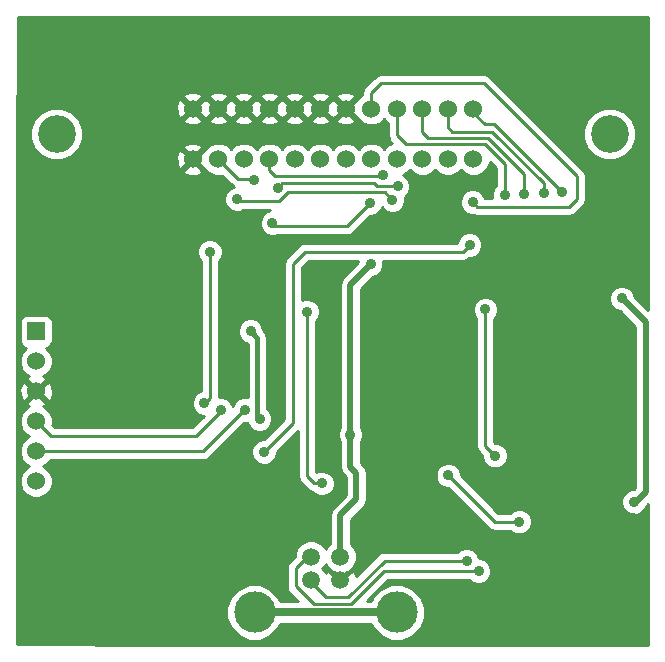
<source format=gbl>
%FSLAX34Y34*%
G04 Gerber Fmt 3.4, Leading zero omitted, Abs format*
G04 (created by PCBNEW (2013-11-28 BZR 4510)-product) date Thu 28 Nov 2013 12:06:36 PM EST*
%MOIN*%
G01*
G70*
G90*
G04 APERTURE LIST*
%ADD10C,0.005906*%
%ADD11C,0.059100*%
%ADD12C,0.137800*%
%ADD13C,0.060000*%
%ADD14C,0.126000*%
%ADD15R,0.060000X0.060000*%
%ADD16C,0.035000*%
%ADD17C,0.010000*%
%ADD18C,0.015000*%
%ADD19C,0.025000*%
%ADD20C,0.020000*%
G04 APERTURE END LIST*
G54D10*
G54D11*
X58610Y-48030D03*
X59590Y-48030D03*
X59590Y-47240D03*
X58610Y-47240D03*
G54D12*
X56730Y-49100D03*
X61470Y-49100D03*
G54D13*
X59775Y-33995D03*
X60625Y-33995D03*
X58075Y-33995D03*
X58925Y-33995D03*
X59775Y-32305D03*
X58925Y-32305D03*
X58075Y-32305D03*
X60625Y-32305D03*
X57225Y-33995D03*
X56375Y-33995D03*
X55525Y-33995D03*
X54675Y-33995D03*
X57225Y-32305D03*
X56375Y-32305D03*
X55525Y-32305D03*
X54675Y-32305D03*
X61475Y-33995D03*
X62325Y-33995D03*
X63175Y-33995D03*
X64025Y-33995D03*
X61475Y-32305D03*
X62325Y-32305D03*
X63175Y-32305D03*
X64025Y-32305D03*
G54D14*
X68565Y-33150D03*
X50135Y-33150D03*
G54D15*
X49450Y-39725D03*
G54D13*
X49450Y-40725D03*
X49450Y-41725D03*
X49450Y-42725D03*
X49450Y-43725D03*
X49450Y-44725D03*
G54D16*
X63190Y-44530D03*
X65550Y-46075D03*
X58475Y-39075D03*
X58975Y-44800D03*
X66260Y-48120D03*
X68860Y-42440D03*
X51580Y-36220D03*
X55640Y-44140D03*
X62520Y-45560D03*
X62175Y-40900D03*
X63950Y-36225D03*
X56400Y-42350D03*
X55600Y-42350D03*
X56725Y-34675D03*
X60575Y-35450D03*
X57325Y-36125D03*
X66975Y-35075D03*
X66375Y-35125D03*
X65725Y-35150D03*
X65075Y-35175D03*
X61000Y-34525D03*
X57500Y-34950D03*
X61500Y-34900D03*
X61325Y-35350D03*
X56150Y-35325D03*
X64000Y-35425D03*
X64200Y-47725D03*
X55060Y-42120D03*
X55240Y-37080D03*
X63800Y-47375D03*
X64750Y-43875D03*
X64425Y-39000D03*
X57050Y-43750D03*
X63900Y-36850D03*
X69380Y-45410D03*
X68970Y-38630D03*
X59925Y-43175D03*
X56600Y-39725D03*
X56900Y-42650D03*
X60600Y-37500D03*
G54D17*
X65550Y-46075D02*
X64735Y-46075D01*
X64735Y-46075D02*
X63190Y-44530D01*
X65025Y-46075D02*
X65550Y-46075D01*
X58475Y-44450D02*
X58475Y-44550D01*
X58475Y-44250D02*
X58475Y-39075D01*
X58475Y-44250D02*
X58475Y-44450D01*
X58725Y-44800D02*
X58975Y-44800D01*
X58475Y-44550D02*
X58725Y-44800D01*
G54D18*
X62520Y-45560D02*
X62520Y-45880D01*
G54D17*
X63950Y-36225D02*
X63950Y-36250D01*
X56400Y-42350D02*
X56375Y-42350D01*
X49450Y-43725D02*
X49450Y-43725D01*
X55000Y-43725D02*
X49450Y-43725D01*
X56375Y-42350D02*
X55000Y-43725D01*
X50075Y-43225D02*
X49950Y-43225D01*
X55600Y-42400D02*
X54775Y-43225D01*
X54775Y-43225D02*
X50075Y-43225D01*
X55600Y-42350D02*
X55600Y-42400D01*
X49950Y-43225D02*
X49450Y-42725D01*
X56180Y-34650D02*
X55525Y-33995D01*
X56700Y-34650D02*
X56180Y-34650D01*
X56725Y-34675D02*
X56700Y-34650D01*
X59800Y-36225D02*
X60575Y-35450D01*
X57425Y-36225D02*
X59800Y-36225D01*
X57325Y-36125D02*
X57425Y-36225D01*
X64025Y-32305D02*
X64025Y-32450D01*
X64725Y-32825D02*
X66975Y-35075D01*
X64400Y-32825D02*
X64725Y-32825D01*
X64025Y-32450D02*
X64400Y-32825D01*
X63175Y-32305D02*
X63175Y-32925D01*
X66375Y-34800D02*
X66375Y-35125D01*
X64649Y-33074D02*
X66375Y-34800D01*
X63324Y-33074D02*
X64649Y-33074D01*
X63175Y-32925D02*
X63324Y-33074D01*
X62325Y-32305D02*
X62325Y-33075D01*
X65725Y-34500D02*
X65725Y-35150D01*
X64500Y-33275D02*
X65725Y-34500D01*
X62525Y-33275D02*
X64500Y-33275D01*
X62325Y-33075D02*
X62525Y-33275D01*
X61475Y-32305D02*
X61475Y-33200D01*
X65075Y-34150D02*
X65075Y-35175D01*
X64425Y-33500D02*
X65075Y-34150D01*
X61775Y-33500D02*
X64425Y-33500D01*
X61475Y-33200D02*
X61775Y-33500D01*
X57225Y-34350D02*
X57225Y-33995D01*
X57425Y-34550D02*
X57225Y-34350D01*
X60975Y-34550D02*
X57425Y-34550D01*
X61000Y-34525D02*
X60975Y-34550D01*
X57650Y-34800D02*
X57500Y-34950D01*
X60725Y-34800D02*
X57650Y-34800D01*
X60800Y-34875D02*
X60725Y-34800D01*
X61475Y-34875D02*
X60800Y-34875D01*
X61500Y-34900D02*
X61475Y-34875D01*
X61075Y-35100D02*
X61325Y-35350D01*
X57850Y-35100D02*
X61075Y-35100D01*
X57550Y-35400D02*
X57850Y-35100D01*
X56225Y-35400D02*
X57550Y-35400D01*
X56150Y-35325D02*
X56225Y-35400D01*
X60625Y-31775D02*
X60625Y-32305D01*
X60950Y-31450D02*
X60625Y-31775D01*
X64375Y-31450D02*
X60950Y-31450D01*
X67475Y-34550D02*
X64375Y-31450D01*
X67475Y-35325D02*
X67475Y-34550D01*
X67225Y-35575D02*
X67475Y-35325D01*
X64150Y-35575D02*
X67225Y-35575D01*
X64000Y-35425D02*
X64150Y-35575D01*
X58610Y-47240D02*
X58485Y-47240D01*
X61050Y-47725D02*
X64200Y-47725D01*
X59950Y-48824D02*
X61050Y-47725D01*
X58699Y-48824D02*
X59950Y-48824D01*
X58100Y-48225D02*
X58699Y-48824D01*
X58100Y-47625D02*
X58100Y-48225D01*
X58485Y-47240D02*
X58100Y-47625D01*
X55080Y-42120D02*
X55060Y-42120D01*
X55240Y-41960D02*
X55080Y-42120D01*
X55240Y-37080D02*
X55240Y-41960D01*
X58610Y-48085D02*
X59125Y-48600D01*
X59125Y-48600D02*
X59850Y-48600D01*
X59850Y-48600D02*
X61075Y-47375D01*
X61075Y-47375D02*
X63800Y-47375D01*
X58610Y-48030D02*
X58610Y-48085D01*
G54D19*
X61470Y-49100D02*
X56730Y-49100D01*
G54D17*
X64425Y-43550D02*
X64750Y-43875D01*
X64425Y-39000D02*
X64425Y-43550D01*
X58925Y-37075D02*
X58425Y-37075D01*
X58425Y-37075D02*
X58025Y-37475D01*
X58025Y-37475D02*
X58025Y-42775D01*
X58025Y-42775D02*
X57050Y-43750D01*
X63675Y-37075D02*
X58925Y-37075D01*
X63900Y-36850D02*
X63675Y-37075D01*
G54D20*
X69440Y-45410D02*
X69380Y-45410D01*
X69770Y-45080D02*
X69440Y-45410D01*
X69770Y-39430D02*
X69770Y-45080D01*
X68970Y-38630D02*
X69770Y-39430D01*
G54D18*
X56825Y-39950D02*
X56600Y-39725D01*
X56825Y-42575D02*
X56825Y-39950D01*
X56900Y-42650D02*
X56825Y-42575D01*
G54D20*
X59925Y-42875D02*
X59925Y-38175D01*
X59925Y-42875D02*
X59925Y-43175D01*
X59925Y-38175D02*
X60600Y-37500D01*
X59925Y-43175D02*
X59925Y-44250D01*
X59925Y-44250D02*
X60125Y-44450D01*
X60125Y-44450D02*
X60125Y-45325D01*
X60125Y-45325D02*
X59590Y-45860D01*
X59590Y-45860D02*
X59590Y-47240D01*
G54D10*
G36*
X69850Y-50175D02*
X67775Y-50175D01*
X67775Y-35325D01*
X67775Y-34550D01*
X67752Y-34435D01*
X67752Y-34435D01*
X67687Y-34337D01*
X64587Y-31237D01*
X64489Y-31172D01*
X64375Y-31150D01*
X60950Y-31150D01*
X60835Y-31172D01*
X60737Y-31237D01*
X60412Y-31562D01*
X60347Y-31660D01*
X60325Y-31775D01*
X60325Y-31833D01*
X60313Y-31838D01*
X60161Y-31990D01*
X60160Y-31989D01*
X60090Y-32060D01*
X60090Y-31919D01*
X60062Y-31823D01*
X59856Y-31750D01*
X59638Y-31761D01*
X59487Y-31823D01*
X59459Y-31919D01*
X59775Y-32234D01*
X60090Y-31919D01*
X60090Y-32060D01*
X59845Y-32305D01*
X60160Y-32620D01*
X60162Y-32619D01*
X60313Y-32770D01*
X60515Y-32854D01*
X60733Y-32855D01*
X60936Y-32771D01*
X61050Y-32657D01*
X61163Y-32770D01*
X61175Y-32775D01*
X61175Y-33200D01*
X61197Y-33314D01*
X61262Y-33412D01*
X61316Y-33465D01*
X61163Y-33528D01*
X61049Y-33642D01*
X60936Y-33529D01*
X60734Y-33445D01*
X60516Y-33444D01*
X60313Y-33528D01*
X60199Y-33642D01*
X60090Y-33532D01*
X60090Y-32690D01*
X59775Y-32375D01*
X59704Y-32446D01*
X59704Y-32305D01*
X59389Y-31989D01*
X59350Y-32001D01*
X59310Y-31989D01*
X59240Y-32060D01*
X59240Y-31919D01*
X59212Y-31823D01*
X59006Y-31750D01*
X58788Y-31761D01*
X58637Y-31823D01*
X58609Y-31919D01*
X58925Y-32234D01*
X59240Y-31919D01*
X59240Y-32060D01*
X58995Y-32305D01*
X59310Y-32620D01*
X59350Y-32608D01*
X59389Y-32620D01*
X59704Y-32305D01*
X59704Y-32446D01*
X59459Y-32690D01*
X59487Y-32786D01*
X59693Y-32859D01*
X59911Y-32848D01*
X60062Y-32786D01*
X60090Y-32690D01*
X60090Y-33532D01*
X60086Y-33529D01*
X59884Y-33445D01*
X59666Y-33444D01*
X59463Y-33528D01*
X59349Y-33642D01*
X59240Y-33532D01*
X59240Y-32690D01*
X58925Y-32375D01*
X58854Y-32446D01*
X58854Y-32305D01*
X58539Y-31989D01*
X58500Y-32001D01*
X58460Y-31989D01*
X58390Y-32060D01*
X58390Y-31919D01*
X58362Y-31823D01*
X58156Y-31750D01*
X57938Y-31761D01*
X57787Y-31823D01*
X57759Y-31919D01*
X58075Y-32234D01*
X58390Y-31919D01*
X58390Y-32060D01*
X58145Y-32305D01*
X58460Y-32620D01*
X58500Y-32608D01*
X58539Y-32620D01*
X58854Y-32305D01*
X58854Y-32446D01*
X58609Y-32690D01*
X58637Y-32786D01*
X58843Y-32859D01*
X59061Y-32848D01*
X59212Y-32786D01*
X59240Y-32690D01*
X59240Y-33532D01*
X59236Y-33529D01*
X59034Y-33445D01*
X58816Y-33444D01*
X58613Y-33528D01*
X58499Y-33642D01*
X58390Y-33532D01*
X58390Y-32690D01*
X58075Y-32375D01*
X58004Y-32446D01*
X58004Y-32305D01*
X57689Y-31989D01*
X57650Y-32001D01*
X57610Y-31989D01*
X57540Y-32060D01*
X57540Y-31919D01*
X57512Y-31823D01*
X57306Y-31750D01*
X57088Y-31761D01*
X56937Y-31823D01*
X56909Y-31919D01*
X57225Y-32234D01*
X57540Y-31919D01*
X57540Y-32060D01*
X57295Y-32305D01*
X57610Y-32620D01*
X57650Y-32608D01*
X57689Y-32620D01*
X58004Y-32305D01*
X58004Y-32446D01*
X57759Y-32690D01*
X57787Y-32786D01*
X57993Y-32859D01*
X58211Y-32848D01*
X58362Y-32786D01*
X58390Y-32690D01*
X58390Y-33532D01*
X58386Y-33529D01*
X58184Y-33445D01*
X57966Y-33444D01*
X57763Y-33528D01*
X57649Y-33642D01*
X57540Y-33532D01*
X57540Y-32690D01*
X57225Y-32375D01*
X57154Y-32446D01*
X57154Y-32305D01*
X56839Y-31989D01*
X56800Y-32001D01*
X56760Y-31989D01*
X56690Y-32060D01*
X56690Y-31919D01*
X56662Y-31823D01*
X56456Y-31750D01*
X56238Y-31761D01*
X56087Y-31823D01*
X56059Y-31919D01*
X56375Y-32234D01*
X56690Y-31919D01*
X56690Y-32060D01*
X56445Y-32305D01*
X56760Y-32620D01*
X56800Y-32608D01*
X56839Y-32620D01*
X57154Y-32305D01*
X57154Y-32446D01*
X56909Y-32690D01*
X56937Y-32786D01*
X57143Y-32859D01*
X57361Y-32848D01*
X57512Y-32786D01*
X57540Y-32690D01*
X57540Y-33532D01*
X57536Y-33529D01*
X57334Y-33445D01*
X57116Y-33444D01*
X56913Y-33528D01*
X56799Y-33642D01*
X56690Y-33532D01*
X56690Y-32690D01*
X56375Y-32375D01*
X56304Y-32446D01*
X56304Y-32305D01*
X55989Y-31989D01*
X55950Y-32001D01*
X55910Y-31989D01*
X55840Y-32060D01*
X55840Y-31919D01*
X55812Y-31823D01*
X55606Y-31750D01*
X55388Y-31761D01*
X55237Y-31823D01*
X55209Y-31919D01*
X55525Y-32234D01*
X55840Y-31919D01*
X55840Y-32060D01*
X55595Y-32305D01*
X55910Y-32620D01*
X55950Y-32608D01*
X55989Y-32620D01*
X56304Y-32305D01*
X56304Y-32446D01*
X56059Y-32690D01*
X56087Y-32786D01*
X56293Y-32859D01*
X56511Y-32848D01*
X56662Y-32786D01*
X56690Y-32690D01*
X56690Y-33532D01*
X56686Y-33529D01*
X56484Y-33445D01*
X56266Y-33444D01*
X56063Y-33528D01*
X55949Y-33642D01*
X55840Y-33532D01*
X55840Y-32690D01*
X55525Y-32375D01*
X55454Y-32446D01*
X55454Y-32305D01*
X55139Y-31989D01*
X55100Y-32001D01*
X55060Y-31989D01*
X54990Y-32060D01*
X54990Y-31919D01*
X54962Y-31823D01*
X54756Y-31750D01*
X54538Y-31761D01*
X54387Y-31823D01*
X54359Y-31919D01*
X54675Y-32234D01*
X54990Y-31919D01*
X54990Y-32060D01*
X54745Y-32305D01*
X55060Y-32620D01*
X55100Y-32608D01*
X55139Y-32620D01*
X55454Y-32305D01*
X55454Y-32446D01*
X55209Y-32690D01*
X55237Y-32786D01*
X55443Y-32859D01*
X55661Y-32848D01*
X55812Y-32786D01*
X55840Y-32690D01*
X55840Y-33532D01*
X55836Y-33529D01*
X55634Y-33445D01*
X55416Y-33444D01*
X55213Y-33528D01*
X55061Y-33680D01*
X55060Y-33679D01*
X54990Y-33750D01*
X54990Y-33609D01*
X54990Y-32690D01*
X54675Y-32375D01*
X54604Y-32446D01*
X54604Y-32305D01*
X54289Y-31989D01*
X54193Y-32017D01*
X54120Y-32223D01*
X54131Y-32441D01*
X54193Y-32592D01*
X54289Y-32620D01*
X54604Y-32305D01*
X54604Y-32446D01*
X54359Y-32690D01*
X54387Y-32786D01*
X54593Y-32859D01*
X54811Y-32848D01*
X54962Y-32786D01*
X54990Y-32690D01*
X54990Y-33609D01*
X54962Y-33513D01*
X54756Y-33440D01*
X54538Y-33451D01*
X54387Y-33513D01*
X54359Y-33609D01*
X54675Y-33924D01*
X54990Y-33609D01*
X54990Y-33750D01*
X54745Y-33995D01*
X55060Y-34310D01*
X55062Y-34309D01*
X55213Y-34460D01*
X55415Y-34544D01*
X55633Y-34545D01*
X55645Y-34540D01*
X55967Y-34862D01*
X56040Y-34910D01*
X55909Y-34964D01*
X55789Y-35083D01*
X55725Y-35240D01*
X55724Y-35409D01*
X55789Y-35565D01*
X55908Y-35685D01*
X56065Y-35749D01*
X56234Y-35750D01*
X56355Y-35700D01*
X57240Y-35700D01*
X57084Y-35764D01*
X56964Y-35883D01*
X56900Y-36040D01*
X56899Y-36209D01*
X56964Y-36365D01*
X57083Y-36485D01*
X57240Y-36549D01*
X57409Y-36550D01*
X57469Y-36525D01*
X59800Y-36525D01*
X59800Y-36524D01*
X59914Y-36502D01*
X59914Y-36502D01*
X60012Y-36437D01*
X60574Y-35874D01*
X60659Y-35875D01*
X60815Y-35810D01*
X60935Y-35691D01*
X60973Y-35599D01*
X61083Y-35710D01*
X61240Y-35774D01*
X61409Y-35775D01*
X61565Y-35710D01*
X61685Y-35591D01*
X61749Y-35434D01*
X61750Y-35265D01*
X61745Y-35255D01*
X61860Y-35141D01*
X61924Y-34984D01*
X61925Y-34815D01*
X61860Y-34659D01*
X61741Y-34539D01*
X61668Y-34509D01*
X61786Y-34461D01*
X61900Y-34347D01*
X62013Y-34460D01*
X62215Y-34544D01*
X62433Y-34545D01*
X62636Y-34461D01*
X62750Y-34347D01*
X62863Y-34460D01*
X63065Y-34544D01*
X63283Y-34545D01*
X63486Y-34461D01*
X63600Y-34347D01*
X63713Y-34460D01*
X63915Y-34544D01*
X64133Y-34545D01*
X64336Y-34461D01*
X64490Y-34306D01*
X64574Y-34104D01*
X64574Y-34074D01*
X64775Y-34274D01*
X64775Y-34873D01*
X64714Y-34933D01*
X64650Y-35090D01*
X64649Y-35259D01*
X64656Y-35275D01*
X64397Y-35275D01*
X64360Y-35184D01*
X64241Y-35064D01*
X64084Y-35000D01*
X63915Y-34999D01*
X63759Y-35064D01*
X63639Y-35183D01*
X63575Y-35340D01*
X63574Y-35509D01*
X63639Y-35665D01*
X63758Y-35785D01*
X63915Y-35849D01*
X64031Y-35850D01*
X64035Y-35852D01*
X64150Y-35875D01*
X67225Y-35875D01*
X67225Y-35874D01*
X67339Y-35852D01*
X67339Y-35852D01*
X67437Y-35787D01*
X67687Y-35537D01*
X67687Y-35537D01*
X67726Y-35478D01*
X67752Y-35439D01*
X67752Y-35439D01*
X67775Y-35325D01*
X67775Y-50175D01*
X65975Y-50175D01*
X65975Y-45990D01*
X65910Y-45834D01*
X65791Y-45714D01*
X65634Y-45650D01*
X65465Y-45649D01*
X65309Y-45714D01*
X65248Y-45775D01*
X65175Y-45775D01*
X65175Y-43790D01*
X65110Y-43634D01*
X64991Y-43514D01*
X64834Y-43450D01*
X64749Y-43449D01*
X64725Y-43425D01*
X64725Y-39301D01*
X64785Y-39241D01*
X64849Y-39084D01*
X64850Y-38915D01*
X64785Y-38759D01*
X64666Y-38639D01*
X64509Y-38575D01*
X64340Y-38574D01*
X64184Y-38639D01*
X64064Y-38758D01*
X64000Y-38915D01*
X63999Y-39084D01*
X64064Y-39240D01*
X64125Y-39301D01*
X64125Y-43550D01*
X64147Y-43664D01*
X64212Y-43762D01*
X64325Y-43874D01*
X64324Y-43959D01*
X64389Y-44115D01*
X64508Y-44235D01*
X64665Y-44299D01*
X64834Y-44300D01*
X64990Y-44235D01*
X65110Y-44116D01*
X65174Y-43959D01*
X65175Y-43790D01*
X65175Y-45775D01*
X65025Y-45775D01*
X64859Y-45775D01*
X63614Y-44530D01*
X63615Y-44445D01*
X63550Y-44289D01*
X63431Y-44169D01*
X63274Y-44105D01*
X63105Y-44104D01*
X62949Y-44169D01*
X62829Y-44288D01*
X62765Y-44445D01*
X62764Y-44614D01*
X62829Y-44770D01*
X62948Y-44890D01*
X63105Y-44954D01*
X63190Y-44955D01*
X64522Y-46287D01*
X64522Y-46287D01*
X64620Y-46352D01*
X64735Y-46375D01*
X65025Y-46375D01*
X65248Y-46375D01*
X65308Y-46435D01*
X65465Y-46499D01*
X65634Y-46500D01*
X65790Y-46435D01*
X65910Y-46316D01*
X65974Y-46159D01*
X65975Y-45990D01*
X65975Y-50175D01*
X64625Y-50175D01*
X64625Y-47640D01*
X64560Y-47484D01*
X64441Y-47364D01*
X64284Y-47300D01*
X64225Y-47300D01*
X64225Y-47290D01*
X64160Y-47134D01*
X64041Y-47014D01*
X63884Y-46950D01*
X63715Y-46949D01*
X63559Y-47014D01*
X63498Y-47075D01*
X61075Y-47075D01*
X60960Y-47097D01*
X60862Y-47162D01*
X60129Y-47896D01*
X60129Y-47893D01*
X60067Y-47744D01*
X59972Y-47718D01*
X59660Y-48030D01*
X59666Y-48035D01*
X59595Y-48106D01*
X59590Y-48100D01*
X59584Y-48106D01*
X59513Y-48035D01*
X59519Y-48030D01*
X59207Y-47718D01*
X59112Y-47744D01*
X59098Y-47783D01*
X59072Y-47721D01*
X58986Y-47634D01*
X59072Y-47549D01*
X59099Y-47482D01*
X59127Y-47548D01*
X59280Y-47702D01*
X59370Y-47739D01*
X59590Y-47959D01*
X59809Y-47739D01*
X59898Y-47702D01*
X60052Y-47549D01*
X60135Y-47348D01*
X60135Y-47131D01*
X60052Y-46931D01*
X59940Y-46818D01*
X59940Y-46004D01*
X60372Y-45572D01*
X60448Y-45458D01*
X60448Y-45458D01*
X60475Y-45325D01*
X60475Y-44450D01*
X60448Y-44316D01*
X60372Y-44202D01*
X60275Y-44105D01*
X60275Y-43426D01*
X60285Y-43416D01*
X60349Y-43259D01*
X60350Y-43090D01*
X60285Y-42934D01*
X60275Y-42924D01*
X60275Y-42875D01*
X60275Y-38319D01*
X60669Y-37925D01*
X60684Y-37925D01*
X60840Y-37860D01*
X60960Y-37741D01*
X61024Y-37584D01*
X61025Y-37415D01*
X61008Y-37375D01*
X63675Y-37375D01*
X63675Y-37374D01*
X63789Y-37352D01*
X63789Y-37352D01*
X63887Y-37287D01*
X63899Y-37274D01*
X63984Y-37275D01*
X64140Y-37210D01*
X64260Y-37091D01*
X64324Y-36934D01*
X64325Y-36765D01*
X64260Y-36609D01*
X64141Y-36489D01*
X63984Y-36425D01*
X63815Y-36424D01*
X63659Y-36489D01*
X63539Y-36608D01*
X63475Y-36765D01*
X63475Y-36775D01*
X58925Y-36775D01*
X58425Y-36775D01*
X58310Y-36797D01*
X58212Y-36862D01*
X57812Y-37262D01*
X57747Y-37360D01*
X57725Y-37475D01*
X57725Y-42650D01*
X57325Y-43050D01*
X57325Y-42565D01*
X57260Y-42409D01*
X57150Y-42298D01*
X57150Y-39950D01*
X57125Y-39825D01*
X57125Y-39825D01*
X57054Y-39720D01*
X57025Y-39690D01*
X57025Y-39640D01*
X56960Y-39484D01*
X56841Y-39364D01*
X56684Y-39300D01*
X56515Y-39299D01*
X56359Y-39364D01*
X56239Y-39483D01*
X56175Y-39640D01*
X56174Y-39809D01*
X56239Y-39965D01*
X56358Y-40085D01*
X56500Y-40143D01*
X56500Y-41931D01*
X56484Y-41925D01*
X56315Y-41924D01*
X56159Y-41989D01*
X56039Y-42108D01*
X55999Y-42205D01*
X55960Y-42109D01*
X55841Y-41989D01*
X55684Y-41925D01*
X55540Y-41924D01*
X55540Y-37381D01*
X55600Y-37321D01*
X55664Y-37164D01*
X55665Y-36995D01*
X55600Y-36839D01*
X55481Y-36719D01*
X55324Y-36655D01*
X55155Y-36654D01*
X54999Y-36719D01*
X54990Y-36728D01*
X54990Y-34380D01*
X54675Y-34065D01*
X54604Y-34136D01*
X54604Y-33995D01*
X54289Y-33679D01*
X54193Y-33707D01*
X54120Y-33913D01*
X54131Y-34131D01*
X54193Y-34282D01*
X54289Y-34310D01*
X54604Y-33995D01*
X54604Y-34136D01*
X54359Y-34380D01*
X54387Y-34476D01*
X54593Y-34549D01*
X54811Y-34538D01*
X54962Y-34476D01*
X54990Y-34380D01*
X54990Y-36728D01*
X54879Y-36838D01*
X54815Y-36995D01*
X54814Y-37164D01*
X54879Y-37320D01*
X54940Y-37381D01*
X54940Y-41709D01*
X54819Y-41759D01*
X54699Y-41878D01*
X54635Y-42035D01*
X54634Y-42204D01*
X54699Y-42360D01*
X54818Y-42480D01*
X54975Y-42544D01*
X55030Y-42544D01*
X54650Y-42925D01*
X51015Y-42925D01*
X51015Y-32975D01*
X50881Y-32652D01*
X50634Y-32404D01*
X50310Y-32270D01*
X49960Y-32269D01*
X49637Y-32403D01*
X49389Y-32650D01*
X49255Y-32974D01*
X49254Y-33324D01*
X49388Y-33647D01*
X49635Y-33895D01*
X49959Y-34029D01*
X50309Y-34030D01*
X50632Y-33896D01*
X50880Y-33649D01*
X51014Y-33325D01*
X51015Y-32975D01*
X51015Y-42925D01*
X50075Y-42925D01*
X50074Y-42925D01*
X50004Y-42855D01*
X50004Y-41806D01*
X50000Y-41713D01*
X50000Y-40616D01*
X49916Y-40413D01*
X49777Y-40275D01*
X49799Y-40275D01*
X49891Y-40236D01*
X49961Y-40166D01*
X50000Y-40074D01*
X50000Y-39975D01*
X50000Y-39375D01*
X49961Y-39283D01*
X49891Y-39213D01*
X49799Y-39175D01*
X49700Y-39175D01*
X49100Y-39175D01*
X49008Y-39213D01*
X48938Y-39283D01*
X48900Y-39375D01*
X48900Y-39474D01*
X48900Y-40074D01*
X48938Y-40166D01*
X49008Y-40236D01*
X49100Y-40275D01*
X49122Y-40275D01*
X48984Y-40413D01*
X48900Y-40615D01*
X48899Y-40833D01*
X48983Y-41036D01*
X49138Y-41190D01*
X49213Y-41222D01*
X49162Y-41243D01*
X49134Y-41339D01*
X49450Y-41654D01*
X49765Y-41339D01*
X49737Y-41243D01*
X49682Y-41224D01*
X49761Y-41191D01*
X49915Y-41036D01*
X49999Y-40834D01*
X50000Y-40616D01*
X50000Y-41713D01*
X49993Y-41588D01*
X49931Y-41437D01*
X49835Y-41409D01*
X49520Y-41725D01*
X49835Y-42040D01*
X49931Y-42012D01*
X50004Y-41806D01*
X50004Y-42855D01*
X49995Y-42846D01*
X49999Y-42834D01*
X50000Y-42616D01*
X49916Y-42413D01*
X49761Y-42259D01*
X49686Y-42227D01*
X49737Y-42206D01*
X49765Y-42110D01*
X49450Y-41795D01*
X49379Y-41866D01*
X49379Y-41725D01*
X49064Y-41409D01*
X48968Y-41437D01*
X48895Y-41643D01*
X48906Y-41861D01*
X48968Y-42012D01*
X49064Y-42040D01*
X49379Y-41725D01*
X49379Y-41866D01*
X49134Y-42110D01*
X49162Y-42206D01*
X49217Y-42225D01*
X49138Y-42258D01*
X48984Y-42413D01*
X48900Y-42615D01*
X48899Y-42833D01*
X48983Y-43036D01*
X49138Y-43190D01*
X49219Y-43224D01*
X49138Y-43258D01*
X48984Y-43413D01*
X48900Y-43615D01*
X48899Y-43833D01*
X48983Y-44036D01*
X49138Y-44190D01*
X49219Y-44224D01*
X49138Y-44258D01*
X48984Y-44413D01*
X48900Y-44615D01*
X48899Y-44833D01*
X48983Y-45036D01*
X49138Y-45190D01*
X49340Y-45274D01*
X49558Y-45275D01*
X49761Y-45191D01*
X49915Y-45036D01*
X49999Y-44834D01*
X50000Y-44616D01*
X49916Y-44413D01*
X49761Y-44259D01*
X49680Y-44225D01*
X49761Y-44191D01*
X49915Y-44036D01*
X49920Y-44025D01*
X55000Y-44025D01*
X55000Y-44024D01*
X55114Y-44002D01*
X55114Y-44002D01*
X55212Y-43937D01*
X56374Y-42774D01*
X56484Y-42775D01*
X56490Y-42772D01*
X56539Y-42890D01*
X56658Y-43010D01*
X56815Y-43074D01*
X56984Y-43075D01*
X57140Y-43010D01*
X57260Y-42891D01*
X57324Y-42734D01*
X57325Y-42565D01*
X57325Y-43050D01*
X57050Y-43325D01*
X56965Y-43324D01*
X56809Y-43389D01*
X56689Y-43508D01*
X56625Y-43665D01*
X56624Y-43834D01*
X56689Y-43990D01*
X56808Y-44110D01*
X56965Y-44174D01*
X57134Y-44175D01*
X57290Y-44110D01*
X57410Y-43991D01*
X57474Y-43834D01*
X57475Y-43749D01*
X58175Y-43049D01*
X58175Y-44250D01*
X58175Y-44450D01*
X58175Y-44550D01*
X58197Y-44664D01*
X58262Y-44762D01*
X58512Y-45012D01*
X58571Y-45051D01*
X58610Y-45077D01*
X58610Y-45077D01*
X58661Y-45087D01*
X58733Y-45160D01*
X58890Y-45224D01*
X59059Y-45225D01*
X59215Y-45160D01*
X59335Y-45041D01*
X59399Y-44884D01*
X59400Y-44715D01*
X59335Y-44559D01*
X59216Y-44439D01*
X59059Y-44375D01*
X58890Y-44374D01*
X58775Y-44422D01*
X58775Y-44250D01*
X58775Y-39376D01*
X58835Y-39316D01*
X58899Y-39159D01*
X58900Y-38990D01*
X58835Y-38834D01*
X58716Y-38714D01*
X58559Y-38650D01*
X58390Y-38649D01*
X58325Y-38677D01*
X58325Y-37599D01*
X58549Y-37375D01*
X58925Y-37375D01*
X60191Y-37375D01*
X60175Y-37415D01*
X60175Y-37429D01*
X59677Y-37927D01*
X59601Y-38041D01*
X59575Y-38175D01*
X59575Y-42875D01*
X59575Y-42923D01*
X59564Y-42933D01*
X59500Y-43090D01*
X59499Y-43259D01*
X59564Y-43415D01*
X59575Y-43425D01*
X59575Y-44250D01*
X59601Y-44383D01*
X59677Y-44497D01*
X59775Y-44594D01*
X59775Y-45180D01*
X59342Y-45612D01*
X59266Y-45726D01*
X59240Y-45860D01*
X59240Y-46818D01*
X59127Y-46930D01*
X59100Y-46997D01*
X59072Y-46931D01*
X58919Y-46777D01*
X58718Y-46694D01*
X58501Y-46694D01*
X58301Y-46777D01*
X58147Y-46930D01*
X58064Y-47131D01*
X58064Y-47236D01*
X57887Y-47412D01*
X57822Y-47510D01*
X57800Y-47625D01*
X57800Y-48225D01*
X57822Y-48339D01*
X57887Y-48437D01*
X58175Y-48725D01*
X57591Y-48725D01*
X57526Y-48568D01*
X57262Y-48304D01*
X56917Y-48161D01*
X56544Y-48160D01*
X56198Y-48303D01*
X55934Y-48567D01*
X55791Y-48912D01*
X55790Y-49285D01*
X55933Y-49631D01*
X56197Y-49895D01*
X56542Y-50038D01*
X56915Y-50039D01*
X57261Y-49896D01*
X57525Y-49632D01*
X57591Y-49475D01*
X60608Y-49475D01*
X60673Y-49631D01*
X60937Y-49895D01*
X61282Y-50038D01*
X61655Y-50039D01*
X62001Y-49896D01*
X62265Y-49632D01*
X62408Y-49287D01*
X62409Y-48914D01*
X62266Y-48568D01*
X62002Y-48304D01*
X61657Y-48161D01*
X61284Y-48160D01*
X60938Y-48303D01*
X60674Y-48567D01*
X60608Y-48725D01*
X60474Y-48725D01*
X61174Y-48025D01*
X63898Y-48025D01*
X63958Y-48085D01*
X64115Y-48149D01*
X64284Y-48150D01*
X64440Y-48085D01*
X64560Y-47966D01*
X64624Y-47809D01*
X64625Y-47640D01*
X64625Y-50175D01*
X54000Y-50175D01*
X48825Y-50150D01*
X48825Y-34450D01*
X48849Y-29250D01*
X69850Y-29250D01*
X69850Y-39015D01*
X69445Y-38610D01*
X69445Y-32975D01*
X69311Y-32652D01*
X69064Y-32404D01*
X68740Y-32270D01*
X68390Y-32269D01*
X68067Y-32403D01*
X67819Y-32650D01*
X67685Y-32974D01*
X67684Y-33324D01*
X67818Y-33647D01*
X68065Y-33895D01*
X68389Y-34029D01*
X68739Y-34030D01*
X69062Y-33896D01*
X69310Y-33649D01*
X69444Y-33325D01*
X69445Y-32975D01*
X69445Y-38610D01*
X69395Y-38560D01*
X69395Y-38545D01*
X69330Y-38389D01*
X69211Y-38269D01*
X69054Y-38205D01*
X68885Y-38204D01*
X68729Y-38269D01*
X68609Y-38388D01*
X68545Y-38545D01*
X68544Y-38714D01*
X68609Y-38870D01*
X68728Y-38990D01*
X68885Y-39054D01*
X68899Y-39054D01*
X69420Y-39574D01*
X69420Y-44935D01*
X69370Y-44984D01*
X69295Y-44984D01*
X69139Y-45049D01*
X69019Y-45168D01*
X68955Y-45325D01*
X68954Y-45494D01*
X69019Y-45650D01*
X69138Y-45770D01*
X69295Y-45834D01*
X69464Y-45835D01*
X69620Y-45770D01*
X69740Y-45651D01*
X69772Y-45572D01*
X69850Y-45494D01*
X69850Y-50175D01*
X69850Y-50175D01*
G37*
G54D17*
X69850Y-50175D02*
X67775Y-50175D01*
X67775Y-35325D01*
X67775Y-34550D01*
X67752Y-34435D01*
X67752Y-34435D01*
X67687Y-34337D01*
X64587Y-31237D01*
X64489Y-31172D01*
X64375Y-31150D01*
X60950Y-31150D01*
X60835Y-31172D01*
X60737Y-31237D01*
X60412Y-31562D01*
X60347Y-31660D01*
X60325Y-31775D01*
X60325Y-31833D01*
X60313Y-31838D01*
X60161Y-31990D01*
X60160Y-31989D01*
X60090Y-32060D01*
X60090Y-31919D01*
X60062Y-31823D01*
X59856Y-31750D01*
X59638Y-31761D01*
X59487Y-31823D01*
X59459Y-31919D01*
X59775Y-32234D01*
X60090Y-31919D01*
X60090Y-32060D01*
X59845Y-32305D01*
X60160Y-32620D01*
X60162Y-32619D01*
X60313Y-32770D01*
X60515Y-32854D01*
X60733Y-32855D01*
X60936Y-32771D01*
X61050Y-32657D01*
X61163Y-32770D01*
X61175Y-32775D01*
X61175Y-33200D01*
X61197Y-33314D01*
X61262Y-33412D01*
X61316Y-33465D01*
X61163Y-33528D01*
X61049Y-33642D01*
X60936Y-33529D01*
X60734Y-33445D01*
X60516Y-33444D01*
X60313Y-33528D01*
X60199Y-33642D01*
X60090Y-33532D01*
X60090Y-32690D01*
X59775Y-32375D01*
X59704Y-32446D01*
X59704Y-32305D01*
X59389Y-31989D01*
X59350Y-32001D01*
X59310Y-31989D01*
X59240Y-32060D01*
X59240Y-31919D01*
X59212Y-31823D01*
X59006Y-31750D01*
X58788Y-31761D01*
X58637Y-31823D01*
X58609Y-31919D01*
X58925Y-32234D01*
X59240Y-31919D01*
X59240Y-32060D01*
X58995Y-32305D01*
X59310Y-32620D01*
X59350Y-32608D01*
X59389Y-32620D01*
X59704Y-32305D01*
X59704Y-32446D01*
X59459Y-32690D01*
X59487Y-32786D01*
X59693Y-32859D01*
X59911Y-32848D01*
X60062Y-32786D01*
X60090Y-32690D01*
X60090Y-33532D01*
X60086Y-33529D01*
X59884Y-33445D01*
X59666Y-33444D01*
X59463Y-33528D01*
X59349Y-33642D01*
X59240Y-33532D01*
X59240Y-32690D01*
X58925Y-32375D01*
X58854Y-32446D01*
X58854Y-32305D01*
X58539Y-31989D01*
X58500Y-32001D01*
X58460Y-31989D01*
X58390Y-32060D01*
X58390Y-31919D01*
X58362Y-31823D01*
X58156Y-31750D01*
X57938Y-31761D01*
X57787Y-31823D01*
X57759Y-31919D01*
X58075Y-32234D01*
X58390Y-31919D01*
X58390Y-32060D01*
X58145Y-32305D01*
X58460Y-32620D01*
X58500Y-32608D01*
X58539Y-32620D01*
X58854Y-32305D01*
X58854Y-32446D01*
X58609Y-32690D01*
X58637Y-32786D01*
X58843Y-32859D01*
X59061Y-32848D01*
X59212Y-32786D01*
X59240Y-32690D01*
X59240Y-33532D01*
X59236Y-33529D01*
X59034Y-33445D01*
X58816Y-33444D01*
X58613Y-33528D01*
X58499Y-33642D01*
X58390Y-33532D01*
X58390Y-32690D01*
X58075Y-32375D01*
X58004Y-32446D01*
X58004Y-32305D01*
X57689Y-31989D01*
X57650Y-32001D01*
X57610Y-31989D01*
X57540Y-32060D01*
X57540Y-31919D01*
X57512Y-31823D01*
X57306Y-31750D01*
X57088Y-31761D01*
X56937Y-31823D01*
X56909Y-31919D01*
X57225Y-32234D01*
X57540Y-31919D01*
X57540Y-32060D01*
X57295Y-32305D01*
X57610Y-32620D01*
X57650Y-32608D01*
X57689Y-32620D01*
X58004Y-32305D01*
X58004Y-32446D01*
X57759Y-32690D01*
X57787Y-32786D01*
X57993Y-32859D01*
X58211Y-32848D01*
X58362Y-32786D01*
X58390Y-32690D01*
X58390Y-33532D01*
X58386Y-33529D01*
X58184Y-33445D01*
X57966Y-33444D01*
X57763Y-33528D01*
X57649Y-33642D01*
X57540Y-33532D01*
X57540Y-32690D01*
X57225Y-32375D01*
X57154Y-32446D01*
X57154Y-32305D01*
X56839Y-31989D01*
X56800Y-32001D01*
X56760Y-31989D01*
X56690Y-32060D01*
X56690Y-31919D01*
X56662Y-31823D01*
X56456Y-31750D01*
X56238Y-31761D01*
X56087Y-31823D01*
X56059Y-31919D01*
X56375Y-32234D01*
X56690Y-31919D01*
X56690Y-32060D01*
X56445Y-32305D01*
X56760Y-32620D01*
X56800Y-32608D01*
X56839Y-32620D01*
X57154Y-32305D01*
X57154Y-32446D01*
X56909Y-32690D01*
X56937Y-32786D01*
X57143Y-32859D01*
X57361Y-32848D01*
X57512Y-32786D01*
X57540Y-32690D01*
X57540Y-33532D01*
X57536Y-33529D01*
X57334Y-33445D01*
X57116Y-33444D01*
X56913Y-33528D01*
X56799Y-33642D01*
X56690Y-33532D01*
X56690Y-32690D01*
X56375Y-32375D01*
X56304Y-32446D01*
X56304Y-32305D01*
X55989Y-31989D01*
X55950Y-32001D01*
X55910Y-31989D01*
X55840Y-32060D01*
X55840Y-31919D01*
X55812Y-31823D01*
X55606Y-31750D01*
X55388Y-31761D01*
X55237Y-31823D01*
X55209Y-31919D01*
X55525Y-32234D01*
X55840Y-31919D01*
X55840Y-32060D01*
X55595Y-32305D01*
X55910Y-32620D01*
X55950Y-32608D01*
X55989Y-32620D01*
X56304Y-32305D01*
X56304Y-32446D01*
X56059Y-32690D01*
X56087Y-32786D01*
X56293Y-32859D01*
X56511Y-32848D01*
X56662Y-32786D01*
X56690Y-32690D01*
X56690Y-33532D01*
X56686Y-33529D01*
X56484Y-33445D01*
X56266Y-33444D01*
X56063Y-33528D01*
X55949Y-33642D01*
X55840Y-33532D01*
X55840Y-32690D01*
X55525Y-32375D01*
X55454Y-32446D01*
X55454Y-32305D01*
X55139Y-31989D01*
X55100Y-32001D01*
X55060Y-31989D01*
X54990Y-32060D01*
X54990Y-31919D01*
X54962Y-31823D01*
X54756Y-31750D01*
X54538Y-31761D01*
X54387Y-31823D01*
X54359Y-31919D01*
X54675Y-32234D01*
X54990Y-31919D01*
X54990Y-32060D01*
X54745Y-32305D01*
X55060Y-32620D01*
X55100Y-32608D01*
X55139Y-32620D01*
X55454Y-32305D01*
X55454Y-32446D01*
X55209Y-32690D01*
X55237Y-32786D01*
X55443Y-32859D01*
X55661Y-32848D01*
X55812Y-32786D01*
X55840Y-32690D01*
X55840Y-33532D01*
X55836Y-33529D01*
X55634Y-33445D01*
X55416Y-33444D01*
X55213Y-33528D01*
X55061Y-33680D01*
X55060Y-33679D01*
X54990Y-33750D01*
X54990Y-33609D01*
X54990Y-32690D01*
X54675Y-32375D01*
X54604Y-32446D01*
X54604Y-32305D01*
X54289Y-31989D01*
X54193Y-32017D01*
X54120Y-32223D01*
X54131Y-32441D01*
X54193Y-32592D01*
X54289Y-32620D01*
X54604Y-32305D01*
X54604Y-32446D01*
X54359Y-32690D01*
X54387Y-32786D01*
X54593Y-32859D01*
X54811Y-32848D01*
X54962Y-32786D01*
X54990Y-32690D01*
X54990Y-33609D01*
X54962Y-33513D01*
X54756Y-33440D01*
X54538Y-33451D01*
X54387Y-33513D01*
X54359Y-33609D01*
X54675Y-33924D01*
X54990Y-33609D01*
X54990Y-33750D01*
X54745Y-33995D01*
X55060Y-34310D01*
X55062Y-34309D01*
X55213Y-34460D01*
X55415Y-34544D01*
X55633Y-34545D01*
X55645Y-34540D01*
X55967Y-34862D01*
X56040Y-34910D01*
X55909Y-34964D01*
X55789Y-35083D01*
X55725Y-35240D01*
X55724Y-35409D01*
X55789Y-35565D01*
X55908Y-35685D01*
X56065Y-35749D01*
X56234Y-35750D01*
X56355Y-35700D01*
X57240Y-35700D01*
X57084Y-35764D01*
X56964Y-35883D01*
X56900Y-36040D01*
X56899Y-36209D01*
X56964Y-36365D01*
X57083Y-36485D01*
X57240Y-36549D01*
X57409Y-36550D01*
X57469Y-36525D01*
X59800Y-36525D01*
X59800Y-36524D01*
X59914Y-36502D01*
X59914Y-36502D01*
X60012Y-36437D01*
X60574Y-35874D01*
X60659Y-35875D01*
X60815Y-35810D01*
X60935Y-35691D01*
X60973Y-35599D01*
X61083Y-35710D01*
X61240Y-35774D01*
X61409Y-35775D01*
X61565Y-35710D01*
X61685Y-35591D01*
X61749Y-35434D01*
X61750Y-35265D01*
X61745Y-35255D01*
X61860Y-35141D01*
X61924Y-34984D01*
X61925Y-34815D01*
X61860Y-34659D01*
X61741Y-34539D01*
X61668Y-34509D01*
X61786Y-34461D01*
X61900Y-34347D01*
X62013Y-34460D01*
X62215Y-34544D01*
X62433Y-34545D01*
X62636Y-34461D01*
X62750Y-34347D01*
X62863Y-34460D01*
X63065Y-34544D01*
X63283Y-34545D01*
X63486Y-34461D01*
X63600Y-34347D01*
X63713Y-34460D01*
X63915Y-34544D01*
X64133Y-34545D01*
X64336Y-34461D01*
X64490Y-34306D01*
X64574Y-34104D01*
X64574Y-34074D01*
X64775Y-34274D01*
X64775Y-34873D01*
X64714Y-34933D01*
X64650Y-35090D01*
X64649Y-35259D01*
X64656Y-35275D01*
X64397Y-35275D01*
X64360Y-35184D01*
X64241Y-35064D01*
X64084Y-35000D01*
X63915Y-34999D01*
X63759Y-35064D01*
X63639Y-35183D01*
X63575Y-35340D01*
X63574Y-35509D01*
X63639Y-35665D01*
X63758Y-35785D01*
X63915Y-35849D01*
X64031Y-35850D01*
X64035Y-35852D01*
X64150Y-35875D01*
X67225Y-35875D01*
X67225Y-35874D01*
X67339Y-35852D01*
X67339Y-35852D01*
X67437Y-35787D01*
X67687Y-35537D01*
X67687Y-35537D01*
X67726Y-35478D01*
X67752Y-35439D01*
X67752Y-35439D01*
X67775Y-35325D01*
X67775Y-50175D01*
X65975Y-50175D01*
X65975Y-45990D01*
X65910Y-45834D01*
X65791Y-45714D01*
X65634Y-45650D01*
X65465Y-45649D01*
X65309Y-45714D01*
X65248Y-45775D01*
X65175Y-45775D01*
X65175Y-43790D01*
X65110Y-43634D01*
X64991Y-43514D01*
X64834Y-43450D01*
X64749Y-43449D01*
X64725Y-43425D01*
X64725Y-39301D01*
X64785Y-39241D01*
X64849Y-39084D01*
X64850Y-38915D01*
X64785Y-38759D01*
X64666Y-38639D01*
X64509Y-38575D01*
X64340Y-38574D01*
X64184Y-38639D01*
X64064Y-38758D01*
X64000Y-38915D01*
X63999Y-39084D01*
X64064Y-39240D01*
X64125Y-39301D01*
X64125Y-43550D01*
X64147Y-43664D01*
X64212Y-43762D01*
X64325Y-43874D01*
X64324Y-43959D01*
X64389Y-44115D01*
X64508Y-44235D01*
X64665Y-44299D01*
X64834Y-44300D01*
X64990Y-44235D01*
X65110Y-44116D01*
X65174Y-43959D01*
X65175Y-43790D01*
X65175Y-45775D01*
X65025Y-45775D01*
X64859Y-45775D01*
X63614Y-44530D01*
X63615Y-44445D01*
X63550Y-44289D01*
X63431Y-44169D01*
X63274Y-44105D01*
X63105Y-44104D01*
X62949Y-44169D01*
X62829Y-44288D01*
X62765Y-44445D01*
X62764Y-44614D01*
X62829Y-44770D01*
X62948Y-44890D01*
X63105Y-44954D01*
X63190Y-44955D01*
X64522Y-46287D01*
X64522Y-46287D01*
X64620Y-46352D01*
X64735Y-46375D01*
X65025Y-46375D01*
X65248Y-46375D01*
X65308Y-46435D01*
X65465Y-46499D01*
X65634Y-46500D01*
X65790Y-46435D01*
X65910Y-46316D01*
X65974Y-46159D01*
X65975Y-45990D01*
X65975Y-50175D01*
X64625Y-50175D01*
X64625Y-47640D01*
X64560Y-47484D01*
X64441Y-47364D01*
X64284Y-47300D01*
X64225Y-47300D01*
X64225Y-47290D01*
X64160Y-47134D01*
X64041Y-47014D01*
X63884Y-46950D01*
X63715Y-46949D01*
X63559Y-47014D01*
X63498Y-47075D01*
X61075Y-47075D01*
X60960Y-47097D01*
X60862Y-47162D01*
X60129Y-47896D01*
X60129Y-47893D01*
X60067Y-47744D01*
X59972Y-47718D01*
X59660Y-48030D01*
X59666Y-48035D01*
X59595Y-48106D01*
X59590Y-48100D01*
X59584Y-48106D01*
X59513Y-48035D01*
X59519Y-48030D01*
X59207Y-47718D01*
X59112Y-47744D01*
X59098Y-47783D01*
X59072Y-47721D01*
X58986Y-47634D01*
X59072Y-47549D01*
X59099Y-47482D01*
X59127Y-47548D01*
X59280Y-47702D01*
X59370Y-47739D01*
X59590Y-47959D01*
X59809Y-47739D01*
X59898Y-47702D01*
X60052Y-47549D01*
X60135Y-47348D01*
X60135Y-47131D01*
X60052Y-46931D01*
X59940Y-46818D01*
X59940Y-46004D01*
X60372Y-45572D01*
X60448Y-45458D01*
X60448Y-45458D01*
X60475Y-45325D01*
X60475Y-44450D01*
X60448Y-44316D01*
X60372Y-44202D01*
X60275Y-44105D01*
X60275Y-43426D01*
X60285Y-43416D01*
X60349Y-43259D01*
X60350Y-43090D01*
X60285Y-42934D01*
X60275Y-42924D01*
X60275Y-42875D01*
X60275Y-38319D01*
X60669Y-37925D01*
X60684Y-37925D01*
X60840Y-37860D01*
X60960Y-37741D01*
X61024Y-37584D01*
X61025Y-37415D01*
X61008Y-37375D01*
X63675Y-37375D01*
X63675Y-37374D01*
X63789Y-37352D01*
X63789Y-37352D01*
X63887Y-37287D01*
X63899Y-37274D01*
X63984Y-37275D01*
X64140Y-37210D01*
X64260Y-37091D01*
X64324Y-36934D01*
X64325Y-36765D01*
X64260Y-36609D01*
X64141Y-36489D01*
X63984Y-36425D01*
X63815Y-36424D01*
X63659Y-36489D01*
X63539Y-36608D01*
X63475Y-36765D01*
X63475Y-36775D01*
X58925Y-36775D01*
X58425Y-36775D01*
X58310Y-36797D01*
X58212Y-36862D01*
X57812Y-37262D01*
X57747Y-37360D01*
X57725Y-37475D01*
X57725Y-42650D01*
X57325Y-43050D01*
X57325Y-42565D01*
X57260Y-42409D01*
X57150Y-42298D01*
X57150Y-39950D01*
X57125Y-39825D01*
X57125Y-39825D01*
X57054Y-39720D01*
X57025Y-39690D01*
X57025Y-39640D01*
X56960Y-39484D01*
X56841Y-39364D01*
X56684Y-39300D01*
X56515Y-39299D01*
X56359Y-39364D01*
X56239Y-39483D01*
X56175Y-39640D01*
X56174Y-39809D01*
X56239Y-39965D01*
X56358Y-40085D01*
X56500Y-40143D01*
X56500Y-41931D01*
X56484Y-41925D01*
X56315Y-41924D01*
X56159Y-41989D01*
X56039Y-42108D01*
X55999Y-42205D01*
X55960Y-42109D01*
X55841Y-41989D01*
X55684Y-41925D01*
X55540Y-41924D01*
X55540Y-37381D01*
X55600Y-37321D01*
X55664Y-37164D01*
X55665Y-36995D01*
X55600Y-36839D01*
X55481Y-36719D01*
X55324Y-36655D01*
X55155Y-36654D01*
X54999Y-36719D01*
X54990Y-36728D01*
X54990Y-34380D01*
X54675Y-34065D01*
X54604Y-34136D01*
X54604Y-33995D01*
X54289Y-33679D01*
X54193Y-33707D01*
X54120Y-33913D01*
X54131Y-34131D01*
X54193Y-34282D01*
X54289Y-34310D01*
X54604Y-33995D01*
X54604Y-34136D01*
X54359Y-34380D01*
X54387Y-34476D01*
X54593Y-34549D01*
X54811Y-34538D01*
X54962Y-34476D01*
X54990Y-34380D01*
X54990Y-36728D01*
X54879Y-36838D01*
X54815Y-36995D01*
X54814Y-37164D01*
X54879Y-37320D01*
X54940Y-37381D01*
X54940Y-41709D01*
X54819Y-41759D01*
X54699Y-41878D01*
X54635Y-42035D01*
X54634Y-42204D01*
X54699Y-42360D01*
X54818Y-42480D01*
X54975Y-42544D01*
X55030Y-42544D01*
X54650Y-42925D01*
X51015Y-42925D01*
X51015Y-32975D01*
X50881Y-32652D01*
X50634Y-32404D01*
X50310Y-32270D01*
X49960Y-32269D01*
X49637Y-32403D01*
X49389Y-32650D01*
X49255Y-32974D01*
X49254Y-33324D01*
X49388Y-33647D01*
X49635Y-33895D01*
X49959Y-34029D01*
X50309Y-34030D01*
X50632Y-33896D01*
X50880Y-33649D01*
X51014Y-33325D01*
X51015Y-32975D01*
X51015Y-42925D01*
X50075Y-42925D01*
X50074Y-42925D01*
X50004Y-42855D01*
X50004Y-41806D01*
X50000Y-41713D01*
X50000Y-40616D01*
X49916Y-40413D01*
X49777Y-40275D01*
X49799Y-40275D01*
X49891Y-40236D01*
X49961Y-40166D01*
X50000Y-40074D01*
X50000Y-39975D01*
X50000Y-39375D01*
X49961Y-39283D01*
X49891Y-39213D01*
X49799Y-39175D01*
X49700Y-39175D01*
X49100Y-39175D01*
X49008Y-39213D01*
X48938Y-39283D01*
X48900Y-39375D01*
X48900Y-39474D01*
X48900Y-40074D01*
X48938Y-40166D01*
X49008Y-40236D01*
X49100Y-40275D01*
X49122Y-40275D01*
X48984Y-40413D01*
X48900Y-40615D01*
X48899Y-40833D01*
X48983Y-41036D01*
X49138Y-41190D01*
X49213Y-41222D01*
X49162Y-41243D01*
X49134Y-41339D01*
X49450Y-41654D01*
X49765Y-41339D01*
X49737Y-41243D01*
X49682Y-41224D01*
X49761Y-41191D01*
X49915Y-41036D01*
X49999Y-40834D01*
X50000Y-40616D01*
X50000Y-41713D01*
X49993Y-41588D01*
X49931Y-41437D01*
X49835Y-41409D01*
X49520Y-41725D01*
X49835Y-42040D01*
X49931Y-42012D01*
X50004Y-41806D01*
X50004Y-42855D01*
X49995Y-42846D01*
X49999Y-42834D01*
X50000Y-42616D01*
X49916Y-42413D01*
X49761Y-42259D01*
X49686Y-42227D01*
X49737Y-42206D01*
X49765Y-42110D01*
X49450Y-41795D01*
X49379Y-41866D01*
X49379Y-41725D01*
X49064Y-41409D01*
X48968Y-41437D01*
X48895Y-41643D01*
X48906Y-41861D01*
X48968Y-42012D01*
X49064Y-42040D01*
X49379Y-41725D01*
X49379Y-41866D01*
X49134Y-42110D01*
X49162Y-42206D01*
X49217Y-42225D01*
X49138Y-42258D01*
X48984Y-42413D01*
X48900Y-42615D01*
X48899Y-42833D01*
X48983Y-43036D01*
X49138Y-43190D01*
X49219Y-43224D01*
X49138Y-43258D01*
X48984Y-43413D01*
X48900Y-43615D01*
X48899Y-43833D01*
X48983Y-44036D01*
X49138Y-44190D01*
X49219Y-44224D01*
X49138Y-44258D01*
X48984Y-44413D01*
X48900Y-44615D01*
X48899Y-44833D01*
X48983Y-45036D01*
X49138Y-45190D01*
X49340Y-45274D01*
X49558Y-45275D01*
X49761Y-45191D01*
X49915Y-45036D01*
X49999Y-44834D01*
X50000Y-44616D01*
X49916Y-44413D01*
X49761Y-44259D01*
X49680Y-44225D01*
X49761Y-44191D01*
X49915Y-44036D01*
X49920Y-44025D01*
X55000Y-44025D01*
X55000Y-44024D01*
X55114Y-44002D01*
X55114Y-44002D01*
X55212Y-43937D01*
X56374Y-42774D01*
X56484Y-42775D01*
X56490Y-42772D01*
X56539Y-42890D01*
X56658Y-43010D01*
X56815Y-43074D01*
X56984Y-43075D01*
X57140Y-43010D01*
X57260Y-42891D01*
X57324Y-42734D01*
X57325Y-42565D01*
X57325Y-43050D01*
X57050Y-43325D01*
X56965Y-43324D01*
X56809Y-43389D01*
X56689Y-43508D01*
X56625Y-43665D01*
X56624Y-43834D01*
X56689Y-43990D01*
X56808Y-44110D01*
X56965Y-44174D01*
X57134Y-44175D01*
X57290Y-44110D01*
X57410Y-43991D01*
X57474Y-43834D01*
X57475Y-43749D01*
X58175Y-43049D01*
X58175Y-44250D01*
X58175Y-44450D01*
X58175Y-44550D01*
X58197Y-44664D01*
X58262Y-44762D01*
X58512Y-45012D01*
X58571Y-45051D01*
X58610Y-45077D01*
X58610Y-45077D01*
X58661Y-45087D01*
X58733Y-45160D01*
X58890Y-45224D01*
X59059Y-45225D01*
X59215Y-45160D01*
X59335Y-45041D01*
X59399Y-44884D01*
X59400Y-44715D01*
X59335Y-44559D01*
X59216Y-44439D01*
X59059Y-44375D01*
X58890Y-44374D01*
X58775Y-44422D01*
X58775Y-44250D01*
X58775Y-39376D01*
X58835Y-39316D01*
X58899Y-39159D01*
X58900Y-38990D01*
X58835Y-38834D01*
X58716Y-38714D01*
X58559Y-38650D01*
X58390Y-38649D01*
X58325Y-38677D01*
X58325Y-37599D01*
X58549Y-37375D01*
X58925Y-37375D01*
X60191Y-37375D01*
X60175Y-37415D01*
X60175Y-37429D01*
X59677Y-37927D01*
X59601Y-38041D01*
X59575Y-38175D01*
X59575Y-42875D01*
X59575Y-42923D01*
X59564Y-42933D01*
X59500Y-43090D01*
X59499Y-43259D01*
X59564Y-43415D01*
X59575Y-43425D01*
X59575Y-44250D01*
X59601Y-44383D01*
X59677Y-44497D01*
X59775Y-44594D01*
X59775Y-45180D01*
X59342Y-45612D01*
X59266Y-45726D01*
X59240Y-45860D01*
X59240Y-46818D01*
X59127Y-46930D01*
X59100Y-46997D01*
X59072Y-46931D01*
X58919Y-46777D01*
X58718Y-46694D01*
X58501Y-46694D01*
X58301Y-46777D01*
X58147Y-46930D01*
X58064Y-47131D01*
X58064Y-47236D01*
X57887Y-47412D01*
X57822Y-47510D01*
X57800Y-47625D01*
X57800Y-48225D01*
X57822Y-48339D01*
X57887Y-48437D01*
X58175Y-48725D01*
X57591Y-48725D01*
X57526Y-48568D01*
X57262Y-48304D01*
X56917Y-48161D01*
X56544Y-48160D01*
X56198Y-48303D01*
X55934Y-48567D01*
X55791Y-48912D01*
X55790Y-49285D01*
X55933Y-49631D01*
X56197Y-49895D01*
X56542Y-50038D01*
X56915Y-50039D01*
X57261Y-49896D01*
X57525Y-49632D01*
X57591Y-49475D01*
X60608Y-49475D01*
X60673Y-49631D01*
X60937Y-49895D01*
X61282Y-50038D01*
X61655Y-50039D01*
X62001Y-49896D01*
X62265Y-49632D01*
X62408Y-49287D01*
X62409Y-48914D01*
X62266Y-48568D01*
X62002Y-48304D01*
X61657Y-48161D01*
X61284Y-48160D01*
X60938Y-48303D01*
X60674Y-48567D01*
X60608Y-48725D01*
X60474Y-48725D01*
X61174Y-48025D01*
X63898Y-48025D01*
X63958Y-48085D01*
X64115Y-48149D01*
X64284Y-48150D01*
X64440Y-48085D01*
X64560Y-47966D01*
X64624Y-47809D01*
X64625Y-47640D01*
X64625Y-50175D01*
X54000Y-50175D01*
X48825Y-50150D01*
X48825Y-34450D01*
X48849Y-29250D01*
X69850Y-29250D01*
X69850Y-39015D01*
X69445Y-38610D01*
X69445Y-32975D01*
X69311Y-32652D01*
X69064Y-32404D01*
X68740Y-32270D01*
X68390Y-32269D01*
X68067Y-32403D01*
X67819Y-32650D01*
X67685Y-32974D01*
X67684Y-33324D01*
X67818Y-33647D01*
X68065Y-33895D01*
X68389Y-34029D01*
X68739Y-34030D01*
X69062Y-33896D01*
X69310Y-33649D01*
X69444Y-33325D01*
X69445Y-32975D01*
X69445Y-38610D01*
X69395Y-38560D01*
X69395Y-38545D01*
X69330Y-38389D01*
X69211Y-38269D01*
X69054Y-38205D01*
X68885Y-38204D01*
X68729Y-38269D01*
X68609Y-38388D01*
X68545Y-38545D01*
X68544Y-38714D01*
X68609Y-38870D01*
X68728Y-38990D01*
X68885Y-39054D01*
X68899Y-39054D01*
X69420Y-39574D01*
X69420Y-44935D01*
X69370Y-44984D01*
X69295Y-44984D01*
X69139Y-45049D01*
X69019Y-45168D01*
X68955Y-45325D01*
X68954Y-45494D01*
X69019Y-45650D01*
X69138Y-45770D01*
X69295Y-45834D01*
X69464Y-45835D01*
X69620Y-45770D01*
X69740Y-45651D01*
X69772Y-45572D01*
X69850Y-45494D01*
X69850Y-50175D01*
M02*

</source>
